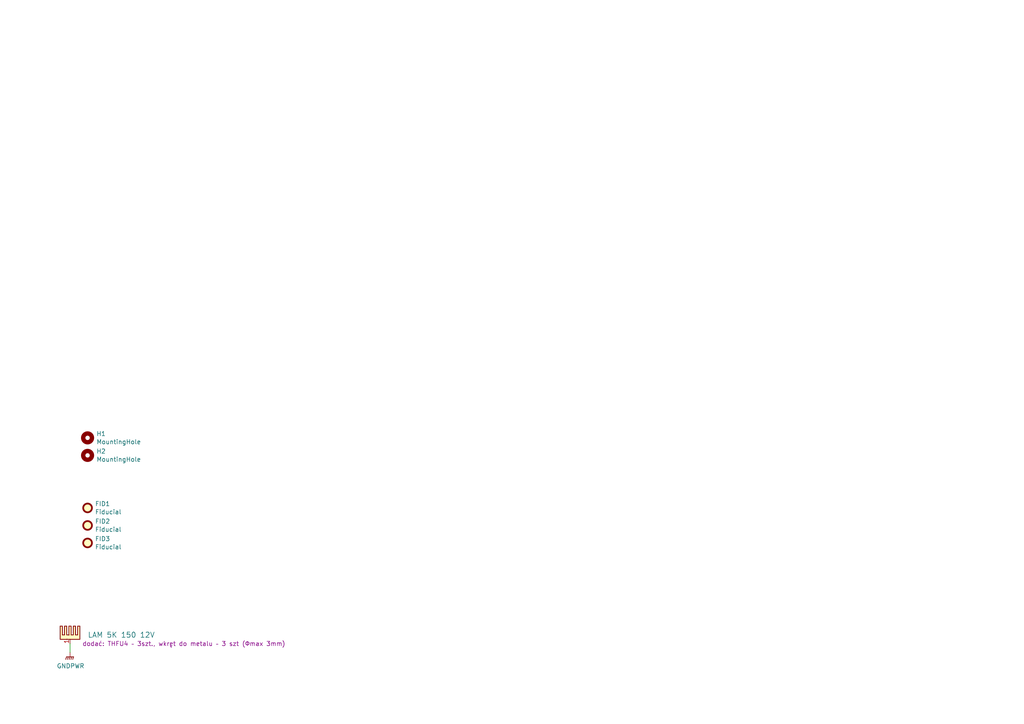
<source format=kicad_sch>
(kicad_sch (version 20230121) (generator eeschema)
  (paper "A4")
  (lib_symbols
    (symbol "Mechanical:Fiducial"
      (property "Reference" "FID" (at 0 5.08 0))
      (property "Value" "Fiducial" (at 0 3.175 0))
      (symbol "Fiducial_0_1"
        (circle (center 0 0) (radius 1.27) (stroke (width 0.508)) (fill (type background)))
      )
    )
    (symbol "Mechanical:Heatsink_Pad" (pin_names (offset 0))
      (property "Reference" "HS" (at 0 5.715 0))
      (property "Value" "Heatsink_Pad" (at 0 3.81 0))
      (symbol "Heatsink_Pad_0_1"
        (polyline (pts (xy -0.3302 0) (xy -0.9652 0) (xy -0.9652 2.54) (xy -1.6002 2.54) (xy -1.6002 0) (xy -2.2352 0) (xy -2.2352 2.54) (xy -2.8702 2.54) (xy -2.8702 -1.27) (xy -0.9652 -1.27)) (stroke (width 0.254)) (fill (type background)))
        (polyline (pts (xy -0.3302 0) (xy -0.3302 2.54) (xy 0.3048 2.54) (xy 0.3048 0) (xy 0.9398 0) (xy 0.9398 2.54) (xy 1.5748 2.54) (xy 1.5748 0) (xy 2.2098 0) (xy 2.2098 2.54) (xy 2.8448 2.54) (xy 2.8448 -1.27) (xy -0.9652 -1.27)) (stroke (width 0.254)) (fill (type background)))
      )
      (symbol "Heatsink_Pad_1_1"
        (pin passive line (at 0 -2.54 90) (length 1.27) (name "~") (number "1"))
      )
    )
    (symbol "Mechanical:MountingHole" (pin_names (offset 1.016))
      (property "Reference" "H" (at 0 5.08 0))
      (property "Value" "MountingHole" (at 0 3.175 0))
      (symbol "MountingHole_0_1"
        (circle (center 0 0) (radius 1.27) (stroke (width 1.27)))
      )
    )
    (symbol "power:GNDPWR" (power) (pin_names (offset 0))
      (property "Value" "GNDPWR" (at 0 -3.302 0))
      (symbol "GNDPWR_0_1"
        (polyline (pts (xy 0 -1.27) (xy 0 0)))
        (polyline (pts (xy -1.016 -1.27) (xy -1.27 -2.032) (xy -1.27 -2.032)) (stroke (width 0.2032)))
        (polyline (pts (xy -0.508 -1.27) (xy -0.762 -2.032) (xy -0.762 -2.032)) (stroke (width 0.2032)))
        (polyline (pts (xy 0 -1.27) (xy -0.254 -2.032) (xy -0.254 -2.032)) (stroke (width 0.2032)))
        (polyline (pts (xy 0.508 -1.27) (xy 0.254 -2.032) (xy 0.254 -2.032)) (stroke (width 0.2032)))
        (polyline (pts (xy 1.016 -1.27) (xy -1.016 -1.27) (xy -1.016 -1.27)) (stroke (width 0.2032)))
        (polyline (pts (xy 1.016 -1.27) (xy 0.762 -2.032) (xy 0.762 -2.032) (xy 0.762 -2.032)) (stroke (width 0.2032)))
      )
      (symbol "GNDPWR_1_1"
        (pin power_in line (at 0 0 270) (length 0) hide (name "GNDPWR") (number "1"))
      )
    )
  )
  (wire (pts (xy 20.32 186.69) (xy 20.32 189.23)))
  (symbol (lib_id "power:GNDPWR") (at 20.32 189.23 0) (unit 1)
    (property "Reference" "#PWR01" (effects hide))
    (property "Value" "GNDPWR" (at 20.4724 193.167 0))
  )
  (symbol (lib_id "Mechanical:Heatsink_Pad") (at 20.32 184.15 0) (unit 1)
    (property "Reference" "PD7" (effects hide))
    (property "Value" "LAM 5K 150 12V" (at 25.4 184.15 0) (effects (font (size 1.524 1.524)) (justify left)))
    (property "Footprint" "ff_lib:Heatsink_50x50x150mm_with_fan_C" (effects hide))
    (property "Datasheet" "https://www.fischerelektronik.de/web_fischer/en_GB/VA/LAM3K10012/datasheet.xhtml?branch=heatsinks" (effects hide))
    (property "Comm" "dodać: THFU4 – 3szt., wkręt do metalu – 3 szt (Φmax 3mm)" (at 53.34 186.69 0))
  )
  (symbol (lib_id "Mechanical:MountingHole") (at 25.4 127 0) (unit 1)
    (property "Reference" "H1" (at 27.94 125.8062 0) (effects (justify left)))
    (property "Value" "MountingHole" (at 27.94 128.1684 0) (effects (justify left)))
    (property "Footprint" "Mounting_Holes:MountingHole_3.2mm_M3_Pad_Via" (effects hide))
  )
  (symbol (lib_id "Mechanical:MountingHole") (at 25.4 132.08 0) (unit 1)
    (property "Reference" "H2" (at 27.94 130.8862 0) (effects (justify left)))
    (property "Value" "MountingHole" (at 27.94 133.2484 0) (effects (justify left)))
    (property "Footprint" "Mounting_Holes:MountingHole_3.2mm_M3_Pad_Via" (effects hide))
  )
  (symbol (lib_id "Mechanical:Fiducial") (at 25.4 147.32 0) (unit 1)
    (property "Reference" "FID1" (at 27.559 146.1262 0) (effects (justify left)))
    (property "Value" "Fiducial" (at 27.559 148.4884 0) (effects (justify left)))
    (property "Footprint" "Fiducials:Fiducial_0.5mm_Dia_1mm_Outer" (effects hide))
  )
  (symbol (lib_id "Mechanical:Fiducial") (at 25.4 152.4 0) (unit 1)
    (property "Reference" "FID2" (at 27.559 151.2062 0) (effects (justify left)))
    (property "Value" "Fiducial" (at 27.559 153.5684 0) (effects (justify left)))
    (property "Footprint" "Fiducials:Fiducial_0.5mm_Dia_1mm_Outer" (effects hide))
  )
  (symbol (lib_id "Mechanical:Fiducial") (at 25.4 157.48 0) (unit 1)
    (property "Reference" "FID3" (at 27.559 156.2862 0) (effects (justify left)))
    (property "Value" "Fiducial" (at 27.559 158.6484 0) (effects (justify left)))
    (property "Footprint" "Fiducials:Fiducial_0.5mm_Dia_1mm_Outer" (effects hide))
  )
)
</source>
